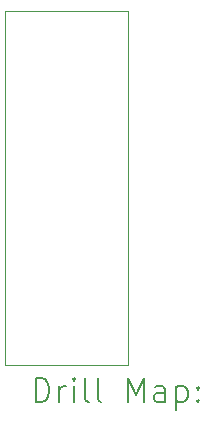
<source format=gbr>
%TF.GenerationSoftware,KiCad,Pcbnew,7.0.9*%
%TF.CreationDate,2024-02-08T14:16:19+01:00*%
%TF.ProjectId,signaux,7369676e-6175-4782-9e6b-696361645f70,rev?*%
%TF.SameCoordinates,Original*%
%TF.FileFunction,Drillmap*%
%TF.FilePolarity,Positive*%
%FSLAX45Y45*%
G04 Gerber Fmt 4.5, Leading zero omitted, Abs format (unit mm)*
G04 Created by KiCad (PCBNEW 7.0.9) date 2024-02-08 14:16:19*
%MOMM*%
%LPD*%
G01*
G04 APERTURE LIST*
%ADD10C,0.100000*%
%ADD11C,0.200000*%
G04 APERTURE END LIST*
D10*
X10198100Y-6388100D02*
X11239500Y-6388100D01*
X11239500Y-9385300D01*
X10198100Y-9385300D01*
X10198100Y-6388100D01*
D11*
X10453877Y-9701784D02*
X10453877Y-9501784D01*
X10453877Y-9501784D02*
X10501496Y-9501784D01*
X10501496Y-9501784D02*
X10530067Y-9511308D01*
X10530067Y-9511308D02*
X10549115Y-9530355D01*
X10549115Y-9530355D02*
X10558639Y-9549403D01*
X10558639Y-9549403D02*
X10568163Y-9587498D01*
X10568163Y-9587498D02*
X10568163Y-9616070D01*
X10568163Y-9616070D02*
X10558639Y-9654165D01*
X10558639Y-9654165D02*
X10549115Y-9673212D01*
X10549115Y-9673212D02*
X10530067Y-9692260D01*
X10530067Y-9692260D02*
X10501496Y-9701784D01*
X10501496Y-9701784D02*
X10453877Y-9701784D01*
X10653877Y-9701784D02*
X10653877Y-9568450D01*
X10653877Y-9606546D02*
X10663401Y-9587498D01*
X10663401Y-9587498D02*
X10672924Y-9577974D01*
X10672924Y-9577974D02*
X10691972Y-9568450D01*
X10691972Y-9568450D02*
X10711020Y-9568450D01*
X10777686Y-9701784D02*
X10777686Y-9568450D01*
X10777686Y-9501784D02*
X10768163Y-9511308D01*
X10768163Y-9511308D02*
X10777686Y-9520831D01*
X10777686Y-9520831D02*
X10787210Y-9511308D01*
X10787210Y-9511308D02*
X10777686Y-9501784D01*
X10777686Y-9501784D02*
X10777686Y-9520831D01*
X10901496Y-9701784D02*
X10882448Y-9692260D01*
X10882448Y-9692260D02*
X10872924Y-9673212D01*
X10872924Y-9673212D02*
X10872924Y-9501784D01*
X11006258Y-9701784D02*
X10987210Y-9692260D01*
X10987210Y-9692260D02*
X10977686Y-9673212D01*
X10977686Y-9673212D02*
X10977686Y-9501784D01*
X11234829Y-9701784D02*
X11234829Y-9501784D01*
X11234829Y-9501784D02*
X11301496Y-9644641D01*
X11301496Y-9644641D02*
X11368162Y-9501784D01*
X11368162Y-9501784D02*
X11368162Y-9701784D01*
X11549115Y-9701784D02*
X11549115Y-9597022D01*
X11549115Y-9597022D02*
X11539591Y-9577974D01*
X11539591Y-9577974D02*
X11520543Y-9568450D01*
X11520543Y-9568450D02*
X11482448Y-9568450D01*
X11482448Y-9568450D02*
X11463401Y-9577974D01*
X11549115Y-9692260D02*
X11530067Y-9701784D01*
X11530067Y-9701784D02*
X11482448Y-9701784D01*
X11482448Y-9701784D02*
X11463401Y-9692260D01*
X11463401Y-9692260D02*
X11453877Y-9673212D01*
X11453877Y-9673212D02*
X11453877Y-9654165D01*
X11453877Y-9654165D02*
X11463401Y-9635117D01*
X11463401Y-9635117D02*
X11482448Y-9625593D01*
X11482448Y-9625593D02*
X11530067Y-9625593D01*
X11530067Y-9625593D02*
X11549115Y-9616070D01*
X11644353Y-9568450D02*
X11644353Y-9768450D01*
X11644353Y-9577974D02*
X11663401Y-9568450D01*
X11663401Y-9568450D02*
X11701496Y-9568450D01*
X11701496Y-9568450D02*
X11720543Y-9577974D01*
X11720543Y-9577974D02*
X11730067Y-9587498D01*
X11730067Y-9587498D02*
X11739591Y-9606546D01*
X11739591Y-9606546D02*
X11739591Y-9663689D01*
X11739591Y-9663689D02*
X11730067Y-9682736D01*
X11730067Y-9682736D02*
X11720543Y-9692260D01*
X11720543Y-9692260D02*
X11701496Y-9701784D01*
X11701496Y-9701784D02*
X11663401Y-9701784D01*
X11663401Y-9701784D02*
X11644353Y-9692260D01*
X11825305Y-9682736D02*
X11834829Y-9692260D01*
X11834829Y-9692260D02*
X11825305Y-9701784D01*
X11825305Y-9701784D02*
X11815782Y-9692260D01*
X11815782Y-9692260D02*
X11825305Y-9682736D01*
X11825305Y-9682736D02*
X11825305Y-9701784D01*
X11825305Y-9577974D02*
X11834829Y-9587498D01*
X11834829Y-9587498D02*
X11825305Y-9597022D01*
X11825305Y-9597022D02*
X11815782Y-9587498D01*
X11815782Y-9587498D02*
X11825305Y-9577974D01*
X11825305Y-9577974D02*
X11825305Y-9597022D01*
M02*

</source>
